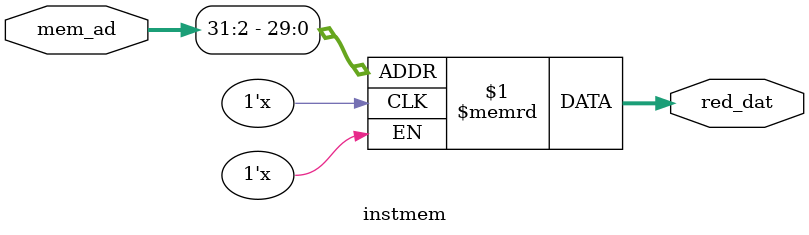
<source format=sv>
module instmem #(
    parameter WORDS=64
) (
    input [31:0] mem_ad,
    output [31:0] red_dat
);
    logic [31:0] ROM [0:WORDS-1];
    assign red_dat=ROM[mem_ad[31:2]];

    
endmodule
</source>
